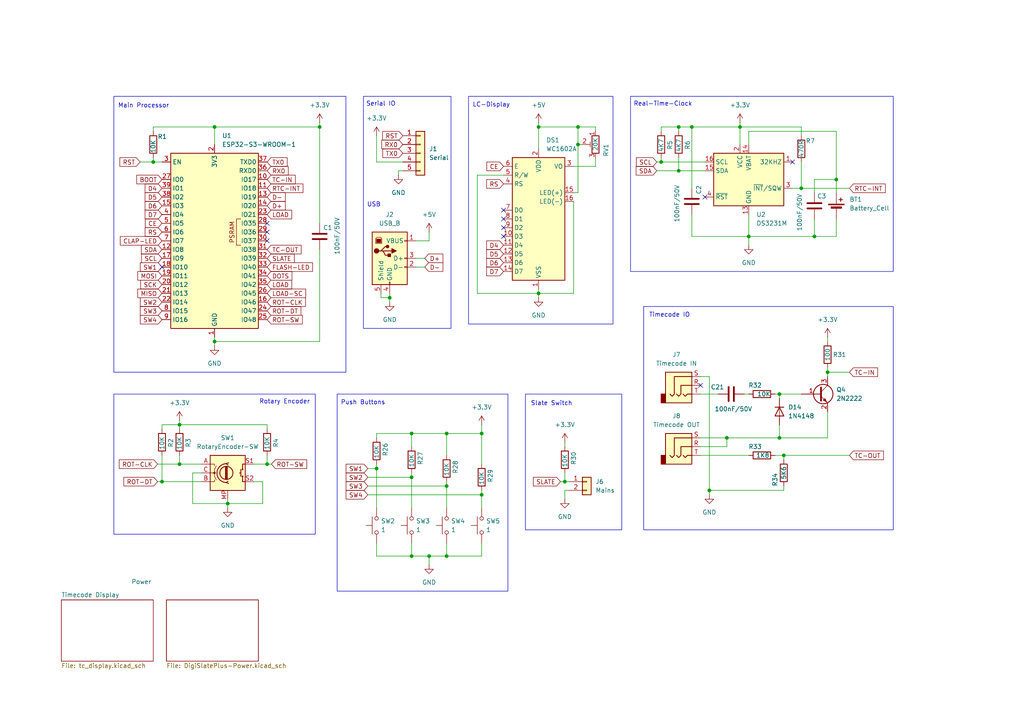
<source format=kicad_sch>
(kicad_sch (version 20231120) (generator "eeschema") (generator_version "8.0")
  (paper "A4")
  (title_block (title "DigiSlatePlus") (rev "1.0"))
  (lib_symbols
    (symbol "7-Segment:WC1602A"
      (property "Reference" "DS" (at -5.842 19.05 0))
      (property "Value" "WC1602A" (at 5.334 19.05 0))
      (symbol "WC1602A_1_1"
        (rectangle (start -7.62 17.78) (end 7.62 -17.78) (stroke (width 0.254)) (fill (type background)))
        (pin power_in line (at 0 -20.32 90) (length 2.54) (name "VSS") (number "1"))
        (pin input line (at -10.16 -5.08 0) (length 2.54) (name "D3") (number "10"))
        (pin input line (at -10.16 -7.62 0) (length 2.54) (name "D4") (number "11"))
        (pin input line (at -10.16 -10.16 0) (length 2.54) (name "D5") (number "12"))
        (pin input line (at -10.16 -12.7 0) (length 2.54) (name "D6") (number "13"))
        (pin input line (at -10.16 -15.24 0) (length 2.54) (name "D7") (number "14"))
        (pin power_in line (at 10.16 7.62 180) (length 2.54) (name "LED(+)") (number "15"))
        (pin power_in line (at 10.16 5.08 180) (length 2.54) (name "LED(-)") (number "16"))
        (pin power_in line (at 0 20.32 270) (length 2.54) (name "VDD") (number "2"))
        (pin input line (at 10.16 15.24 180) (length 2.54) (name "VO") (number "3"))
        (pin input line (at -10.16 10.16 0) (length 2.54) (name "RS") (number "4"))
        (pin input line (at -10.16 12.7 0) (length 2.54) (name "R/W") (number "5"))
        (pin input line (at -10.16 15.24 0) (length 2.54) (name "E") (number "6"))
        (pin input line (at -10.16 2.54 0) (length 2.54) (name "D0") (number "7"))
        (pin input line (at -10.16 0 0) (length 2.54) (name "D1") (number "8"))
        (pin input line (at -10.16 -2.54 0) (length 2.54) (name "D2") (number "9"))
      )
    )
    (symbol "Connector:USB_B" (pin_names (offset 1.016))
      (property "Reference" "J" (at -5.08 11.43 0))
      (property "Value" "USB_B" (at -5.08 8.89 0))
      (symbol "USB_B_0_1"
        (rectangle (start -5.08 -7.62) (end 5.08 7.62) (stroke (width 0.254)) (fill (type background)))
        (circle (center -3.81 2.159) (radius 0.635) (stroke (width 0.254)) (fill (type outline)))
        (rectangle (start -3.81 5.588) (end -2.54 4.572) (fill (type outline)))
        (circle (center -0.635 3.429) (radius 0.381) (stroke (width 0.254)) (fill (type outline)))
        (rectangle (start -0.127 -7.62) (end 0.127 -6.858))
        (polyline (pts (xy -1.905 2.159) (xy 0.635 2.159)) (stroke (width 0.254)))
        (polyline (pts (xy -3.175 2.159) (xy -2.54 2.159) (xy -1.27 3.429) (xy -0.635 3.429)) (stroke (width 0.254)))
        (polyline (pts (xy -2.54 2.159) (xy -1.905 2.159) (xy -1.27 0.889) (xy 0 0.889)) (stroke (width 0.254)))
        (polyline (pts (xy 0.635 2.794) (xy 0.635 1.524) (xy 1.905 2.159) (xy 0.635 2.794)) (stroke (width 0.254)) (fill (type outline)))
        (polyline (pts (xy -4.064 4.318) (xy -2.286 4.318) (xy -2.286 5.715) (xy -2.667 6.096) (xy -3.683 6.096) (xy -4.064 5.715) (xy -4.064 4.318)))
        (rectangle (start 0.254 1.27) (end -0.508 0.508) (stroke (width 0.254)) (fill (type outline)))
        (rectangle (start 5.08 -2.667) (end 4.318 -2.413))
        (rectangle (start 5.08 -0.127) (end 4.318 0.127))
        (rectangle (start 5.08 4.953) (end 4.318 5.207))
      )
      (symbol "USB_B_1_1"
        (pin power_out line (at 7.62 5.08 180) (length 2.54) (name "VBUS") (number "1"))
        (pin bidirectional line (at 7.62 -2.54 180) (length 2.54) (name "D-") (number "2"))
        (pin bidirectional line (at 7.62 0 180) (length 2.54) (name "D+") (number "3"))
        (pin power_out line (at 0 -10.16 90) (length 2.54) (name "GND") (number "4"))
        (pin passive line (at -2.54 -10.16 90) (length 2.54) (name "Shield") (number "5"))
      )
    )
    (symbol "Connector_Audio:AudioJack3"
      (property "Reference" "J" (at 0 8.89 0))
      (property "Value" "AudioJack3" (at 0 6.35 0))
      (symbol "AudioJack3_0_1"
        (rectangle (start -5.08 -5.08) (end -6.35 -2.54) (stroke (width 0.254)) (fill (type outline)))
        (polyline (pts (xy 0 -2.54) (xy 0.635 -3.175) (xy 1.27 -2.54) (xy 2.54 -2.54)) (stroke (width 0.254)))
        (polyline (pts (xy -1.905 -2.54) (xy -1.27 -3.175) (xy -0.635 -2.54) (xy -0.635 0) (xy 2.54 0)) (stroke (width 0.254)))
        (polyline (pts (xy 2.54 2.54) (xy -2.54 2.54) (xy -2.54 -2.54) (xy -3.175 -3.175) (xy -3.81 -2.54)) (stroke (width 0.254)))
        (rectangle (start 2.54 3.81) (end -5.08 -5.08) (stroke (width 0.254)) (fill (type background)))
      )
      (symbol "AudioJack3_1_1"
        (pin passive line (at 5.08 0 180) (length 2.54) (name "~") (number "R"))
        (pin passive line (at 5.08 2.54 180) (length 2.54) (name "~") (number "S"))
        (pin passive line (at 5.08 -2.54 180) (length 2.54) (name "~") (number "T"))
      )
    )
    (symbol "Connector_Generic:Conn_01x02" (pin_names (offset 1.016) hide)
      (property "Reference" "J" (at 0 2.54 0))
      (property "Value" "Conn_01x02" (at 0 -5.08 0))
      (symbol "Conn_01x02_1_1"
        (rectangle (start -1.27 -2.413) (end 0 -2.667) (stroke (width 0.1524)))
        (rectangle (start -1.27 0.127) (end 0 -0.127) (stroke (width 0.1524)))
        (rectangle (start -1.27 1.27) (end 1.27 -3.81) (stroke (width 0.254)) (fill (type background)))
        (pin passive line (at -5.08 0 0) (length 3.81) (name "Pin_1") (number "1"))
        (pin passive line (at -5.08 -2.54 0) (length 3.81) (name "Pin_2") (number "2"))
      )
    )
    (symbol "Connector_Generic:Conn_01x05" (pin_names (offset 1.016) hide)
      (property "Reference" "J" (at 0 7.62 0))
      (property "Value" "Conn_01x05" (at 0 -7.62 0))
      (symbol "Conn_01x05_1_1"
        (rectangle (start -1.27 -4.953) (end 0 -5.207) (stroke (width 0.1524)))
        (rectangle (start -1.27 -2.413) (end 0 -2.667) (stroke (width 0.1524)))
        (rectangle (start -1.27 0.127) (end 0 -0.127) (stroke (width 0.1524)))
        (rectangle (start -1.27 2.667) (end 0 2.413) (stroke (width 0.1524)))
        (rectangle (start -1.27 5.207) (end 0 4.953) (stroke (width 0.1524)))
        (rectangle (start -1.27 6.35) (end 1.27 -6.35) (stroke (width 0.254)) (fill (type background)))
        (pin passive line (at -5.08 5.08 0) (length 3.81) (name "Pin_1") (number "1"))
        (pin passive line (at -5.08 2.54 0) (length 3.81) (name "Pin_2") (number "2"))
        (pin passive line (at -5.08 0 0) (length 3.81) (name "Pin_3") (number "3"))
        (pin passive line (at -5.08 -2.54 0) (length 3.81) (name "Pin_4") (number "4"))
        (pin passive line (at -5.08 -5.08 0) (length 3.81) (name "Pin_5") (number "5"))
      )
    )
    (symbol "Device:Battery_Cell" (pin_numbers hide) (pin_names (offset 0) hide)
      (property "Reference" "BT" (at 2.54 2.54 0))
      (property "Value" "Battery_Cell" (at 2.54 0 0))
      (symbol "Battery_Cell_0_1"
        (rectangle (start -2.286 1.778) (end 2.286 1.524) (fill (type outline)))
        (rectangle (start -1.524 1.016) (end 1.524 0.508) (fill (type outline)))
        (polyline (pts (xy 0 0.762) (xy 0 0)))
        (polyline (pts (xy 0 1.778) (xy 0 2.54)))
        (polyline (pts (xy 0.762 3.048) (xy 1.778 3.048)) (stroke (width 0.254)))
        (polyline (pts (xy 1.27 3.556) (xy 1.27 2.54)) (stroke (width 0.254)))
      )
      (symbol "Battery_Cell_1_1"
        (pin passive line (at 0 5.08 270) (length 2.54) (name "+") (number "1"))
        (pin passive line (at 0 -2.54 90) (length 2.54) (name "-") (number "2"))
      )
    )
    (symbol "Device:C" (pin_numbers hide) (pin_names (offset 0.254))
      (property "Reference" "C" (at 0.635 2.54 0))
      (property "Value" "C" (at 0.635 -2.54 0))
      (symbol "C_0_1"
        (polyline (pts (xy -2.032 -0.762) (xy 2.032 -0.762)) (stroke (width 0.508)))
        (polyline (pts (xy -2.032 0.762) (xy 2.032 0.762)) (stroke (width 0.508)))
      )
      (symbol "C_1_1"
        (pin passive line (at 0 3.81 270) (length 2.794) (name "~") (number "1"))
        (pin passive line (at 0 -3.81 90) (length 2.794) (name "~") (number "2"))
      )
    )
    (symbol "Device:R" (pin_numbers hide) (pin_names (offset 0))
      (property "Reference" "R" (at 2.032 0 90))
      (property "Value" "R" (at 0 0 90))
      (symbol "R_0_1"
        (rectangle (start -1.016 -2.54) (end 1.016 2.54) (stroke (width 0.254)))
      )
      (symbol "R_1_1"
        (pin passive line (at 0 3.81 270) (length 1.27) (name "~") (number "1"))
        (pin passive line (at 0 -3.81 90) (length 1.27) (name "~") (number "2"))
      )
    )
    (symbol "Device:R_Potentiometer_Trim" (pin_names (offset 1.016) hide)
      (property "Reference" "RV" (at -4.445 0 90))
      (property "Value" "R_Potentiometer_Trim" (at -2.54 0 90))
      (symbol "R_Potentiometer_Trim_0_1"
        (polyline (pts (xy 1.524 0.762) (xy 1.524 -0.762)))
        (polyline (pts (xy 2.54 0) (xy 1.524 0)))
        (rectangle (start 1.016 2.54) (end -1.016 -2.54) (stroke (width 0.254)))
      )
      (symbol "R_Potentiometer_Trim_1_1"
        (pin passive line (at 0 3.81 270) (length 1.27) (name "1") (number "1"))
        (pin passive line (at 3.81 0 180) (length 1.27) (name "2") (number "2"))
        (pin passive line (at 0 -3.81 90) (length 1.27) (name "3") (number "3"))
      )
    )
    (symbol "Device:RotaryEncoder_Switch_MP" (pin_names (offset 0.254) hide)
      (property "Reference" "SW" (at 0 8.89 0))
      (property "Value" "RotaryEncoder_Switch_MP" (at 0 6.35 0))
      (symbol "RotaryEncoder_Switch_MP_0_1"
        (rectangle (start -5.08 5.08) (end 5.08 -5.08) (stroke (width 0.254)) (fill (type background)))
        (circle (center -3.81 0) (radius 0.254) (fill (type outline)))
        (circle (center -0.381 0) (radius 1.905) (stroke (width 0.254)))
        (arc (start -0.381 2.667) (mid -3.0988 -0.0635) (end -0.381 -2.794) (stroke (width 0.254)))
        (polyline (pts (xy -0.635 -1.778) (xy -0.635 1.778)) (stroke (width 0.254)))
        (polyline (pts (xy -0.381 -1.778) (xy -0.381 1.778)) (stroke (width 0.254)))
        (polyline (pts (xy -0.127 1.778) (xy -0.127 -1.778)) (stroke (width 0.254)))
        (polyline (pts (xy 3.81 0) (xy 3.429 0)) (stroke (width 0.254)))
        (polyline (pts (xy 3.81 1.016) (xy 3.81 -1.016)) (stroke (width 0.254)))
        (polyline (pts (xy -5.08 -2.54) (xy -3.81 -2.54) (xy -3.81 -2.032)))
        (polyline (pts (xy -5.08 2.54) (xy -3.81 2.54) (xy -3.81 2.032)))
        (polyline (pts (xy 0.254 -3.048) (xy -0.508 -2.794) (xy 0.127 -2.413)) (stroke (width 0.254)))
        (polyline (pts (xy 0.254 2.921) (xy -0.508 2.667) (xy 0.127 2.286)) (stroke (width 0.254)))
        (polyline (pts (xy 5.08 -2.54) (xy 4.318 -2.54) (xy 4.318 -1.016)) (stroke (width 0.254)))
        (polyline (pts (xy 5.08 2.54) (xy 4.318 2.54) (xy 4.318 1.016)) (stroke (width 0.254)))
        (polyline (pts (xy -5.08 0) (xy -3.81 0) (xy -3.81 -1.016) (xy -3.302 -2.032)))
        (polyline (pts (xy -4.318 0) (xy -3.81 0) (xy -3.81 1.016) (xy -3.302 2.032)))
        (circle (center 4.318 -1.016) (radius 0.127) (stroke (width 0.254)))
        (circle (center 4.318 1.016) (radius 0.127) (stroke (width 0.254)))
      )
      (symbol "RotaryEncoder_Switch_MP_1_1"
        (pin passive line (at -7.62 2.54 0) (length 2.54) (name "A") (number "A"))
        (pin passive line (at -7.62 -2.54 0) (length 2.54) (name "B") (number "B"))
        (pin passive line (at -7.62 0 0) (length 2.54) (name "C") (number "C"))
        (pin passive line (at 0 -7.62 90) (length 2.54) (name "MP") (number "MP"))
        (pin passive line (at 7.62 2.54 180) (length 2.54) (name "S1") (number "S1"))
        (pin passive line (at 7.62 -2.54 180) (length 2.54) (name "S2") (number "S2"))
      )
    )
    (symbol "Diode:1N4148" (pin_numbers hide) (pin_names hide)
      (property "Reference" "D" (at 0 2.54 0))
      (property "Value" "1N4148" (at 0 -2.54 0))
      (symbol "1N4148_0_1"
        (polyline (pts (xy -1.27 1.27) (xy -1.27 -1.27)) (stroke (width 0.254)))
        (polyline (pts (xy 1.27 0) (xy -1.27 0)))
        (polyline (pts (xy 1.27 1.27) (xy 1.27 -1.27) (xy -1.27 0) (xy 1.27 1.27)) (stroke (width 0.254)))
      )
      (symbol "1N4148_1_1"
        (pin passive line (at -3.81 0 0) (length 2.54) (name "K") (number "1"))
        (pin passive line (at 3.81 0 180) (length 2.54) (name "A") (number "2"))
      )
    )
    (symbol "RF_Module:ESP32-S3-WROOM-1"
      (property "Reference" "U" (at -12.7 26.67 0))
      (property "Value" "ESP32-S3-WROOM-1" (at 12.7 26.67 0))
      (symbol "ESP32-S3-WROOM-1_0_0"
        (rectangle (start -12.7 25.4) (end 12.7 -25.4) (stroke (width 0.254)) (fill (type background)))
        (text "PSRAM" (at 5.08 2.54 900) (effects (font (size 1.27 1.27))))
      )
      (symbol "ESP32-S3-WROOM-1_0_1"
        (polyline (pts (xy 7.62 -1.27) (xy 6.35 -1.27) (xy 6.35 6.35) (xy 7.62 6.35)))
      )
      (symbol "ESP32-S3-WROOM-1_1_1"
        (pin power_in line (at 0 -27.94 90) (length 2.54) (name "GND") (number "1"))
        (pin bidirectional line (at 15.24 17.78 180) (length 2.54) (name "IO17") (number "10"))
        (pin bidirectional line (at 15.24 15.24 180) (length 2.54) (name "IO18") (number "11"))
        (pin bidirectional line (at -15.24 -2.54 0) (length 2.54) (name "IO8") (number "12"))
        (pin bidirectional line (at 15.24 12.7 180) (length 2.54) (name "IO19") (number "13"))
        (pin bidirectional line (at 15.24 10.16 180) (length 2.54) (name "IO20") (number "14"))
        (pin bidirectional line (at -15.24 10.16 0) (length 2.54) (name "IO3") (number "15"))
        (pin bidirectional line (at 15.24 -17.78 180) (length 2.54) (name "IO46") (number "16"))
        (pin bidirectional line (at -15.24 -5.08 0) (length 2.54) (name "IO9") (number "17"))
        (pin bidirectional line (at -15.24 -7.62 0) (length 2.54) (name "IO10") (number "18"))
        (pin bidirectional line (at -15.24 -10.16 0) (length 2.54) (name "IO11") (number "19"))
        (pin power_in line (at 0 27.94 270) (length 2.54) (name "3V3") (number "2"))
        (pin bidirectional line (at -15.24 -12.7 0) (length 2.54) (name "IO12") (number "20"))
        (pin bidirectional line (at -15.24 -15.24 0) (length 2.54) (name "IO13") (number "21"))
        (pin bidirectional line (at -15.24 -17.78 0) (length 2.54) (name "IO14") (number "22"))
        (pin bidirectional line (at 15.24 7.62 180) (length 2.54) (name "IO21") (number "23"))
        (pin bidirectional line (at 15.24 -20.32 180) (length 2.54) (name "IO47") (number "24"))
        (pin bidirectional line (at 15.24 -22.86 180) (length 2.54) (name "IO48") (number "25"))
        (pin bidirectional line (at 15.24 -15.24 180) (length 2.54) (name "IO45") (number "26"))
        (pin bidirectional line (at -15.24 17.78 0) (length 2.54) (name "IO0") (number "27"))
        (pin bidirectional line (at 15.24 5.08 180) (length 2.54) (name "IO35") (number "28"))
        (pin bidirectional line (at 15.24 2.54 180) (length 2.54) (name "IO36") (number "29"))
        (pin input line (at -15.24 22.86 0) (length 2.54) (name "EN") (number "3"))
        (pin bidirectional line (at 15.24 0 180) (length 2.54) (name "IO37") (number "30"))
        (pin bidirectional line (at 15.24 -2.54 180) (length 2.54) (name "IO38") (number "31"))
        (pin bidirectional line (at 15.24 -5.08 180) (length 2.54) (name "IO39") (number "32"))
        (pin bidirectional line (at 15.24 -7.62 180) (length 2.54) (name "IO40") (number "33"))
        (pin bidirectional line (at 15.24 -10.16 180) (length 2.54) (name "IO41") (number "34"))
        (pin bidirectional line (at 15.24 -12.7 180) (length 2.54) (name "IO42") (number "35"))
        (pin bidirectional line (at 15.24 20.32 180) (length 2.54) (name "RXD0") (number "36"))
        (pin bidirectional line (at 15.24 22.86 180) (length 2.54) (name "TXD0") (number "37"))
        (pin bidirectional line (at -15.24 12.7 0) (length 2.54) (name "IO2") (number "38"))
        (pin bidirectional line (at -15.24 15.24 0) (length 2.54) (name "IO1") (number "39"))
        (pin bidirectional line (at -15.24 7.62 0) (length 2.54) (name "IO4") (number "4"))
        (pin passive line (at 0 -27.94 90) (length 2.54) hide (name "GND") (number "40"))
        (pin passive line (at 0 -27.94 90) (length 2.54) hide (name "GND") (number "41"))
        (pin bidirectional line (at -15.24 5.08 0) (length 2.54) (name "IO5") (number "5"))
        (pin bidirectional line (at -15.24 2.54 0) (length 2.54) (name "IO6") (number "6"))
        (pin bidirectional line (at -15.24 0 0) (length 2.54) (name "IO7") (number "7"))
        (pin bidirectional line (at -15.24 -20.32 0) (length 2.54) (name "IO15") (number "8"))
        (pin bidirectional line (at -15.24 -22.86 0) (length 2.54) (name "IO16") (number "9"))
      )
    )
    (symbol "Switch:SW_Push" (pin_numbers hide) (pin_names (offset 1.016) hide)
      (property "Reference" "SW" (at 1.27 2.54 0))
      (property "Value" "SW_Push" (at 0 -1.524 0))
      (symbol "SW_Push_0_1"
        (circle (center -2.032 0) (radius 0.508))
        (polyline (pts (xy 0 1.27) (xy 0 3.048)))
        (polyline (pts (xy 2.54 1.27) (xy -2.54 1.27)))
        (circle (center 2.032 0) (radius 0.508))
        (pin passive line (at -5.08 0 0) (length 2.54) (name "1") (number "1"))
        (pin passive line (at 5.08 0 180) (length 2.54) (name "2") (number "2"))
      )
    )
    (symbol "Timer_RTC:DS3231M"
      (property "Reference" "U" (at -7.62 8.89 0))
      (property "Value" "DS3231M" (at 10.16 8.89 0))
      (symbol "DS3231M_0_1"
        (rectangle (start -10.16 7.62) (end 10.16 -7.62) (stroke (width 0.254)) (fill (type background)))
      )
      (symbol "DS3231M_1_1"
        (pin open_collector line (at 12.7 5.08 180) (length 2.54) (name "32KHZ") (number "1"))
        (pin passive line (at 0 -10.16 90) (length 2.54) hide (name "GND") (number "10"))
        (pin passive line (at 0 -10.16 90) (length 2.54) hide (name "GND") (number "11"))
        (pin passive line (at 0 -10.16 90) (length 2.54) hide (name "GND") (number "12"))
        (pin power_in line (at 0 -10.16 90) (length 2.54) (name "GND") (number "13"))
        (pin power_in line (at 0 10.16 270) (length 2.54) (name "VBAT") (number "14"))
        (pin bidirectional line (at -12.7 2.54 0) (length 2.54) (name "SDA") (number "15"))
        (pin input line (at -12.7 5.08 0) (length 2.54) (name "SCL") (number "16"))
        (pin power_in line (at -2.54 10.16 270) (length 2.54) (name "VCC") (number "2"))
        (pin open_collector line (at 12.7 -2.54 180) (length 2.54) (name "~{INT}/SQW") (number "3"))
        (pin bidirectional line (at -12.7 -5.08 0) (length 2.54) (name "~{RST}") (number "4"))
        (pin passive line (at 0 -10.16 90) (length 2.54) hide (name "GND") (number "5"))
        (pin passive line (at 0 -10.16 90) (length 2.54) hide (name "GND") (number "6"))
        (pin passive line (at 0 -10.16 90) (length 2.54) hide (name "GND") (number "7"))
        (pin passive line (at 0 -10.16 90) (length 2.54) hide (name "GND") (number "8"))
        (pin passive line (at 0 -10.16 90) (length 2.54) hide (name "GND") (number "9"))
      )
    )
    (symbol "Transistor_BJT:MMBT2222A" (pin_names (offset 0) hide)
      (property "Reference" "Q" (at 5.08 1.905 0))
      (property "Value" "MMBT2222A" (at 5.08 0 0))
      (symbol "MMBT2222A_0_1"
        (polyline (pts (xy 0.635 0.635) (xy 2.54 2.54)))
        (polyline (pts (xy 0.635 -0.635) (xy 2.54 -2.54) (xy 2.54 -2.54)))
        (polyline (pts (xy 0.635 1.905) (xy 0.635 -1.905) (xy 0.635 -1.905)) (stroke (width 0.508)))
        (polyline (pts (xy 1.27 -1.778) (xy 1.778 -1.27) (xy 2.286 -2.286) (xy 1.27 -1.778) (xy 1.27 -1.778)) (fill (type outline)))
        (circle (center 1.27 0) (radius 2.8194) (stroke (width 0.254)))
      )
      (symbol "MMBT2222A_1_1"
        (pin input line (at -5.08 0 0) (length 5.715) (name "B") (number "1"))
        (pin passive line (at 2.54 -5.08 90) (length 2.54) (name "E") (number "2"))
        (pin passive line (at 2.54 5.08 270) (length 2.54) (name "C") (number "3"))
      )
    )
    (symbol "power:+3.3V" (power) (pin_numbers hide) (pin_names (offset 0) hide)
      (property "Value" "+3.3V" (at 0 3.556 0))
      (symbol "+3.3V_0_1"
        (polyline (pts (xy -0.762 1.27) (xy 0 2.54)))
        (polyline (pts (xy 0 0) (xy 0 2.54)))
        (polyline (pts (xy 0 2.54) (xy 0.762 1.27)))
      )
      (symbol "+3.3V_1_1"
        (pin power_in line (at 0 0 90) (length 0) (name "~") (number "1"))
      )
    )
    (symbol "power:+5V" (power) (pin_numbers hide) (pin_names (offset 0) hide)
      (property "Value" "+5V" (at 0 3.556 0))
      (symbol "+5V_0_1"
        (polyline (pts (xy -0.762 1.27) (xy 0 2.54)))
        (polyline (pts (xy 0 0) (xy 0 2.54)))
        (polyline (pts (xy 0 2.54) (xy 0.762 1.27)))
      )
      (symbol "+5V_1_1"
        (pin power_in line (at 0 0 90) (length 0) (name "~") (number "1"))
      )
    )
    (symbol "power:GND" (power) (pin_numbers hide) (pin_names (offset 0) hide)
      (property "Value" "GND" (at 0 -3.81 0))
      (symbol "GND_0_1"
        (polyline (pts (xy 0 0) (xy 0 -1.27) (xy 1.27 -1.27) (xy 0 -2.54) (xy -1.27 -1.27) (xy 0 -1.27)))
      )
      (symbol "GND_1_1"
        (pin power_in line (at 0 0 270) (length 0) (name "~") (number "1"))
      )
    )
  )
  (junction (at 240.03 107.95))
  (junction (at 139.7 125.73))
  (junction (at 205.74 142.24))
  (junction (at 77.47 134.62))
  (junction (at 52.07 134.62))
  (junction (at 139.7 143.51))
  (junction (at 156.21 36.83))
  (junction (at 163.83 139.7))
  (junction (at 46.99 139.7))
  (junction (at 167.64 41.91))
  (junction (at 226.06 114.3))
  (junction (at 113.03 86.36))
  (junction (at 214.63 36.83))
  (junction (at 226.06 127))
  (junction (at 109.22 135.89))
  (junction (at 52.07 123.19))
  (junction (at 129.54 161.29))
  (junction (at 119.38 161.29))
  (junction (at 129.54 125.73))
  (junction (at 129.54 140.97))
  (junction (at 236.22 68.58))
  (junction (at 196.85 36.83))
  (junction (at 232.41 54.61))
  (junction (at 124.46 161.29))
  (junction (at 92.71 36.83))
  (junction (at 44.45 46.99))
  (junction (at 62.23 99.06))
  (junction (at 200.66 36.83))
  (junction (at 217.17 68.58))
  (junction (at 119.38 125.73))
  (junction (at 119.38 138.43))
  (junction (at 191.77 46.99))
  (junction (at 156.21 85.09))
  (junction (at 167.64 36.83))
  (junction (at 66.04 146.05))
  (junction (at 227.33 132.08))
  (junction (at 242.57 52.07))
  (junction (at 196.85 49.53))
  (junction (at 210.82 127))
  (junction (at 62.23 36.83))
  (no_connect (at 77.47 67.31))
  (no_connect (at 77.47 69.85))
  (no_connect (at 146.05 63.5))
  (no_connect (at 146.05 60.96))
  (no_connect (at 146.05 68.58))
  (no_connect (at 46.99 77.47))
  (no_connect (at 229.87 46.99))
  (no_connect (at 77.47 64.77))
  (no_connect (at 203.2 111.76))
  (no_connect (at 146.05 66.04))
  (no_connect (at 204.47 57.15))
  (wire (pts (xy 165.1 142.24) (xy 163.83 142.24)))
  (wire (pts (xy 226.06 123.19) (xy 226.06 127)))
  (wire (pts (xy 77.47 132.08) (xy 77.47 134.62)))
  (wire (pts (xy 203.2 114.3) (xy 208.28 114.3)))
  (wire (pts (xy 109.22 135.89) (xy 109.22 134.62)))
  (wire (pts (xy 166.37 55.88) (xy 167.64 55.88)))
  (wire (pts (xy 226.06 114.3) (xy 226.06 115.57)))
  (wire (pts (xy 106.68 140.97) (xy 129.54 140.97)))
  (wire (pts (xy 55.88 137.16) (xy 55.88 146.05)))
  (wire (pts (xy 52.07 132.08) (xy 52.07 134.62)))
  (wire (pts (xy 217.17 38.1) (xy 242.57 38.1)))
  (wire (pts (xy 44.45 38.1) (xy 44.45 36.83)))
  (wire (pts (xy 76.2 146.05) (xy 66.04 146.05)))
  (wire (pts (xy 240.03 107.95) (xy 246.38 107.95)))
  (wire (pts (xy 109.22 125.73) (xy 119.38 125.73)))
  (wire (pts (xy 172.72 38.1) (xy 172.72 36.83)))
  (wire (pts (xy 55.88 146.05) (xy 66.04 146.05)))
  (wire (pts (xy 110.49 85.09) (xy 110.49 86.36)))
  (wire (pts (xy 191.77 36.83) (xy 196.85 36.83)))
  (wire (pts (xy 236.22 63.5) (xy 236.22 68.58)))
  (wire (pts (xy 163.83 142.24) (xy 163.83 144.78)))
  (wire (pts (xy 113.03 87.63) (xy 113.03 86.36)))
  (wire (pts (xy 232.41 54.61) (xy 246.38 54.61)))
  (wire (pts (xy 240.03 127) (xy 226.06 127)))
  (wire (pts (xy 224.79 132.08) (xy 227.33 132.08)))
  (wire (pts (xy 129.54 140.97) (xy 129.54 147.32)))
  (wire (pts (xy 217.17 62.23) (xy 217.17 68.58)))
  (wire (pts (xy 52.07 134.62) (xy 58.42 134.62)))
  (wire (pts (xy 109.22 161.29) (xy 119.38 161.29)))
  (wire (pts (xy 46.99 139.7) (xy 58.42 139.7)))
  (wire (pts (xy 232.41 39.37) (xy 232.41 36.83)))
  (wire (pts (xy 210.82 129.54) (xy 210.82 127)))
  (wire (pts (xy 73.66 139.7) (xy 76.2 139.7)))
  (wire (pts (xy 196.85 45.72) (xy 196.85 49.53)))
  (wire (pts (xy 77.47 123.19) (xy 77.47 124.46)))
  (wire (pts (xy 124.46 163.83) (xy 124.46 161.29)))
  (wire (pts (xy 172.72 45.72) (xy 172.72 48.26)))
  (wire (pts (xy 227.33 132.08) (xy 227.33 133.35)))
  (wire (pts (xy 232.41 46.99) (xy 232.41 54.61)))
  (wire (pts (xy 163.83 128.27) (xy 163.83 129.54)))
  (wire (pts (xy 163.83 137.16) (xy 163.83 139.7)))
  (wire (pts (xy 139.7 125.73) (xy 139.7 123.19)))
  (wire (pts (xy 52.07 123.19) (xy 52.07 124.46)))
  (wire (pts (xy 146.05 50.8) (xy 138.43 50.8)))
  (wire (pts (xy 44.45 45.72) (xy 44.45 46.99)))
  (wire (pts (xy 109.22 135.89) (xy 109.22 147.32)))
  (wire (pts (xy 162.56 139.7) (xy 163.83 139.7)))
  (wire (pts (xy 109.22 46.99) (xy 116.84 46.99)))
  (wire (pts (xy 123.19 77.47) (xy 120.65 77.47)))
  (wire (pts (xy 129.54 140.97) (xy 129.54 139.7)))
  (wire (pts (xy 203.2 129.54) (xy 210.82 129.54)))
  (wire (pts (xy 156.21 85.09) (xy 156.21 86.36)))
  (wire (pts (xy 66.04 146.05) (xy 66.04 144.78)))
  (wire (pts (xy 46.99 124.46) (xy 46.99 123.19)))
  (wire (pts (xy 167.64 36.83) (xy 156.21 36.83)))
  (wire (pts (xy 217.17 114.3) (xy 215.9 114.3)))
  (wire (pts (xy 214.63 36.83) (xy 214.63 41.91)))
  (wire (pts (xy 166.37 58.42) (xy 166.37 85.09)))
  (wire (pts (xy 62.23 36.83) (xy 92.71 36.83)))
  (wire (pts (xy 66.04 146.05) (xy 66.04 147.32)))
  (wire (pts (xy 217.17 68.58) (xy 236.22 68.58)))
  (wire (pts (xy 214.63 35.56) (xy 214.63 36.83)))
  (wire (pts (xy 119.38 161.29) (xy 124.46 161.29)))
  (wire (pts (xy 92.71 99.06) (xy 62.23 99.06)))
  (wire (pts (xy 76.2 139.7) (xy 76.2 146.05)))
  (wire (pts (xy 139.7 161.29) (xy 139.7 157.48)))
  (wire (pts (xy 236.22 52.07) (xy 242.57 52.07)))
  (wire (pts (xy 109.22 157.48) (xy 109.22 161.29)))
  (wire (pts (xy 62.23 99.06) (xy 62.23 97.79)))
  (wire (pts (xy 106.68 135.89) (xy 109.22 135.89)))
  (wire (pts (xy 172.72 36.83) (xy 167.64 36.83)))
  (wire (pts (xy 217.17 41.91) (xy 217.17 38.1)))
  (wire (pts (xy 167.64 41.91) (xy 167.64 36.83)))
  (wire (pts (xy 226.06 127) (xy 210.82 127)))
  (wire (pts (xy 196.85 36.83) (xy 200.66 36.83)))
  (wire (pts (xy 200.66 62.23) (xy 200.66 68.58)))
  (wire (pts (xy 45.72 134.62) (xy 52.07 134.62)))
  (wire (pts (xy 205.74 143.51) (xy 205.74 142.24)))
  (wire (pts (xy 232.41 54.61) (xy 229.87 54.61)))
  (wire (pts (xy 232.41 36.83) (xy 214.63 36.83)))
  (wire (pts (xy 242.57 38.1) (xy 242.57 52.07)))
  (wire (pts (xy 119.38 125.73) (xy 129.54 125.73)))
  (wire (pts (xy 129.54 157.48) (xy 129.54 161.29)))
  (wire (pts (xy 115.57 50.8) (xy 115.57 49.53)))
  (wire (pts (xy 119.38 157.48) (xy 119.38 161.29)))
  (wire (pts (xy 203.2 127) (xy 210.82 127)))
  (wire (pts (xy 139.7 134.62) (xy 139.7 125.73)))
  (wire (pts (xy 226.06 114.3) (xy 224.79 114.3)))
  (wire (pts (xy 139.7 143.51) (xy 139.7 142.24)))
  (wire (pts (xy 58.42 137.16) (xy 55.88 137.16)))
  (wire (pts (xy 139.7 143.51) (xy 139.7 147.32)))
  (wire (pts (xy 129.54 125.73) (xy 129.54 132.08)))
  (wire (pts (xy 92.71 72.39) (xy 92.71 99.06)))
  (wire (pts (xy 226.06 114.3) (xy 232.41 114.3)))
  (wire (pts (xy 62.23 100.33) (xy 62.23 99.06)))
  (wire (pts (xy 119.38 125.73) (xy 119.38 129.54)))
  (wire (pts (xy 45.72 139.7) (xy 46.99 139.7)))
  (wire (pts (xy 156.21 36.83) (xy 156.21 43.18)))
  (wire (pts (xy 106.68 143.51) (xy 139.7 143.51)))
  (wire (pts (xy 240.03 106.68) (xy 240.03 107.95)))
  (wire (pts (xy 156.21 36.83) (xy 156.21 35.56)))
  (wire (pts (xy 124.46 67.31) (xy 124.46 69.85)))
  (wire (pts (xy 156.21 85.09) (xy 166.37 85.09)))
  (wire (pts (xy 205.74 109.22) (xy 203.2 109.22)))
  (wire (pts (xy 240.03 97.79) (xy 240.03 99.06)))
  (wire (pts (xy 242.57 52.07) (xy 242.57 55.88)))
  (wire (pts (xy 190.5 46.99) (xy 191.77 46.99)))
  (wire (pts (xy 191.77 45.72) (xy 191.77 46.99)))
  (wire (pts (xy 242.57 68.58) (xy 242.57 63.5)))
  (wire (pts (xy 119.38 138.43) (xy 119.38 147.32)))
  (wire (pts (xy 227.33 140.97) (xy 227.33 142.24)))
  (wire (pts (xy 113.03 86.36) (xy 113.03 85.09)))
  (wire (pts (xy 52.07 123.19) (xy 77.47 123.19)))
  (wire (pts (xy 40.64 46.99) (xy 44.45 46.99)))
  (wire (pts (xy 62.23 36.83) (xy 62.23 41.91)))
  (wire (pts (xy 236.22 68.58) (xy 242.57 68.58)))
  (wire (pts (xy 191.77 38.1) (xy 191.77 36.83)))
  (wire (pts (xy 138.43 85.09) (xy 156.21 85.09)))
  (wire (pts (xy 44.45 36.83) (xy 62.23 36.83)))
  (wire (pts (xy 236.22 55.88) (xy 236.22 52.07)))
  (wire (pts (xy 156.21 83.82) (xy 156.21 85.09)))
  (wire (pts (xy 200.66 54.61) (xy 200.66 36.83)))
  (wire (pts (xy 119.38 138.43) (xy 119.38 137.16)))
  (wire (pts (xy 123.19 74.93) (xy 120.65 74.93)))
  (wire (pts (xy 163.83 139.7) (xy 165.1 139.7)))
  (wire (pts (xy 109.22 127) (xy 109.22 125.73)))
  (wire (pts (xy 109.22 39.37) (xy 109.22 46.99)))
  (wire (pts (xy 200.66 68.58) (xy 217.17 68.58)))
  (wire (pts (xy 196.85 49.53) (xy 204.47 49.53)))
  (wire (pts (xy 73.66 134.62) (xy 77.47 134.62)))
  (wire (pts (xy 240.03 119.38) (xy 240.03 127)))
  (wire (pts (xy 124.46 69.85) (xy 120.65 69.85)))
  (wire (pts (xy 205.74 109.22) (xy 205.74 142.24)))
  (wire (pts (xy 52.07 121.92) (xy 52.07 123.19)))
  (wire (pts (xy 196.85 38.1) (xy 196.85 36.83)))
  (wire (pts (xy 172.72 48.26) (xy 166.37 48.26)))
  (wire (pts (xy 115.57 49.53) (xy 116.84 49.53)))
  (wire (pts (xy 240.03 107.95) (xy 240.03 109.22)))
  (wire (pts (xy 106.68 138.43) (xy 119.38 138.43)))
  (wire (pts (xy 124.46 161.29) (xy 129.54 161.29)))
  (wire (pts (xy 92.71 36.83) (xy 92.71 64.77)))
  (wire (pts (xy 77.47 134.62) (xy 78.74 134.62)))
  (wire (pts (xy 129.54 125.73) (xy 139.7 125.73)))
  (wire (pts (xy 190.5 49.53) (xy 196.85 49.53)))
  (wire (pts (xy 129.54 161.29) (xy 139.7 161.29)))
  (wire (pts (xy 92.71 36.83) (xy 92.71 35.56)))
  (wire (pts (xy 138.43 50.8) (xy 138.43 85.09)))
  (wire (pts (xy 227.33 132.08) (xy 246.38 132.08)))
  (wire (pts (xy 227.33 142.24) (xy 205.74 142.24)))
  (wire (pts (xy 203.2 132.08) (xy 217.17 132.08)))
  (wire (pts (xy 191.77 46.99) (xy 204.47 46.99)))
  (wire (pts (xy 44.45 46.99) (xy 46.99 46.99)))
  (wire (pts (xy 168.91 41.91) (xy 167.64 41.91)))
  (wire (pts (xy 110.49 86.36) (xy 113.03 86.36)))
  (wire (pts (xy 46.99 123.19) (xy 52.07 123.19)))
  (wire (pts (xy 200.66 36.83) (xy 214.63 36.83)))
  (wire (pts (xy 46.99 132.08) (xy 46.99 139.7)))
  (wire (pts (xy 167.64 55.88) (xy 167.64 41.91)))
  (wire (pts (xy 217.17 71.12) (xy 217.17 68.58)))
  (rectangle (start 182.88 27.94) (end 259.08 78.74))
  (rectangle (start 105.41 27.94) (end 130.81 95.25))
  (rectangle (start 152.4 114.3) (end 180.34 153.67))
  (rectangle (start 186.69 88.9) (end 259.08 153.67))
  (rectangle (start 97.79 114.3) (end 147.32 171.45))
  (rectangle (start 33.02 114.3) (end 91.44 154.94))
  (rectangle (start 33.02 27.94) (end 100.33 107.95))
  (rectangle (start 135.89 27.94) (end 177.8 93.98))
  (text "Real-Time-Clock" (at 192.278 30.226 0) (effects (font (size 1.27 1.27))))
  (text "Push Buttons" (at 98.806 116.84 0) (effects (font (size 1.27 1.27)) (justify left)))
  (text "Timecode IO" (at 188.214 91.44 0) (effects (font (size 1.27 1.27)) (justify left)))
  (text "Serial IO" (at 106.172 30.226 0) (effects (font (size 1.27 1.27)) (justify left)))
  (text "USB" (at 106.426 59.436 0) (effects (font (size 1.27 1.27)) (justify left)))
  (text "Rotary Encoder" (at 82.55 116.586 0) (effects (font (size 1.27 1.27))))
  (text "Slate Switch" (at 153.924 117.094 0) (effects (font (size 1.27 1.27)) (justify left)))
  (text "LC-Display" (at 142.494 30.48 0) (effects (font (size 1.27 1.27))))
  (text "Main Processor" (at 41.656 30.734 0) (effects (font (size 1.27 1.27))))
  (global_label "RST" (shape input) (at 40.64 46.99 180) (property "Intersheetrefs" "${INTERSHEET_REFS}" (effects (hide yes))))
  (global_label "LOAD" (shape input) (at 77.47 62.23 0) (property "Intersheetrefs" "${INTERSHEET_REFS}" (effects (hide yes))))
  (global_label "D4" (shape input) (at 46.99 54.61 180) (property "Intersheetrefs" "${INTERSHEET_REFS}" (effects (hide yes))))
  (global_label "D4" (shape input) (at 146.05 71.12 180) (property "Intersheetrefs" "${INTERSHEET_REFS}" (effects (hide yes))))
  (global_label "CE" (shape input) (at 146.05 48.26 180) (property "Intersheetrefs" "${INTERSHEET_REFS}" (effects (hide yes))))
  (global_label "RX0" (shape input) (at 77.47 49.53 0) (property "Intersheetrefs" "${INTERSHEET_REFS}" (effects (hide yes))))
  (global_label "RS" (shape input) (at 146.05 53.34 180) (property "Intersheetrefs" "${INTERSHEET_REFS}" (effects (hide yes))))
  (global_label "TX0" (shape input) (at 77.47 46.99 0) (property "Intersheetrefs" "${INTERSHEET_REFS}" (effects (hide yes))))
  (global_label "ROT-CLK" (shape input) (at 77.47 87.63 0) (property "Intersheetrefs" "${INTERSHEET_REFS}" (effects (hide yes))))
  (global_label "ROT-DT" (shape input) (at 45.72 139.7 180) (property "Intersheetrefs" "${INTERSHEET_REFS}" (effects (hide yes))))
  (global_label "TC-OUT" (shape input) (at 246.38 132.08 0) (property "Intersheetrefs" "${INTERSHEET_REFS}" (effects (hide yes))))
  (global_label "TX0" (shape input) (at 116.84 44.45 180) (property "Intersheetrefs" "${INTERSHEET_REFS}" (effects (hide yes))))
  (global_label "ROT-CLK" (shape input) (at 45.72 134.62 180) (property "Intersheetrefs" "${INTERSHEET_REFS}" (effects (hide yes))))
  (global_label "SDA" (shape input) (at 190.5 49.53 180) (property "Intersheetrefs" "${INTERSHEET_REFS}" (effects (hide yes))))
  (global_label "D-" (shape input) (at 77.47 57.15 0) (property "Intersheetrefs" "${INTERSHEET_REFS}" (effects (hide yes))))
  (global_label "SDA" (shape input) (at 46.99 72.39 180) (property "Intersheetrefs" "${INTERSHEET_REFS}" (effects (hide yes))))
  (global_label "TC-IN" (shape input) (at 246.38 107.95 0) (property "Intersheetrefs" "${INTERSHEET_REFS}" (effects (hide yes))))
  (global_label "CLAP-LED" (shape input) (at 46.99 69.85 180) (property "Intersheetrefs" "${INTERSHEET_REFS}" (effects (hide yes))))
  (global_label "D+" (shape input) (at 123.19 74.93 0) (property "Intersheetrefs" "${INTERSHEET_REFS}" (effects (hide yes))))
  (global_label "RTC-INT" (shape input) (at 77.47 54.61 0) (property "Intersheetrefs" "${INTERSHEET_REFS}" (effects (hide yes))))
  (global_label "DOTS" (shape input) (at 77.47 80.01 0) (property "Intersheetrefs" "${INTERSHEET_REFS}" (effects (hide yes))))
  (global_label "D7" (shape input) (at 146.05 78.74 180) (property "Intersheetrefs" "${INTERSHEET_REFS}" (effects (hide yes))))
  (global_label "SW2" (shape input) (at 46.99 87.63 180) (property "Intersheetrefs" "${INTERSHEET_REFS}" (effects (hide yes))))
  (global_label "RTC-INT" (shape input) (at 246.38 54.61 0) (property "Intersheetrefs" "${INTERSHEET_REFS}" (effects (hide yes))))
  (global_label "D5" (shape input) (at 46.99 57.15 180) (property "Intersheetrefs" "${INTERSHEET_REFS}" (effects (hide yes))))
  (global_label "TC-OUT" (shape input) (at 77.47 72.39 0) (property "Intersheetrefs" "${INTERSHEET_REFS}" (effects (hide yes))))
  (global_label "D+" (shape input) (at 77.47 59.69 0) (property "Intersheetrefs" "${INTERSHEET_REFS}" (effects (hide yes))))
  (global_label "D5" (shape input) (at 146.05 73.66 180) (property "Intersheetrefs" "${INTERSHEET_REFS}" (effects (hide yes))))
  (global_label "D6" (shape input) (at 46.99 59.69 180) (property "Intersheetrefs" "${INTERSHEET_REFS}" (effects (hide yes))))
  (global_label "RS" (shape input) (at 46.99 67.31 180) (property "Intersheetrefs" "${INTERSHEET_REFS}" (effects (hide yes))))
  (global_label "SW1" (shape input) (at 46.99 77.47 180) (property "Intersheetrefs" "${INTERSHEET_REFS}" (effects (hide yes))))
  (global_label "MOSI" (shape input) (at 46.99 80.01 180) (property "Intersheetrefs" "${INTERSHEET_REFS}" (effects (hide yes))))
  (global_label "SW2" (shape input) (at 106.68 138.43 180) (property "Intersheetrefs" "${INTERSHEET_REFS}" (effects (hide yes))))
  (global_label "SW3" (shape input) (at 46.99 90.17 180) (property "Intersheetrefs" "${INTERSHEET_REFS}" (effects (hide yes))))
  (global_label "D7" (shape input) (at 46.99 62.23 180) (property "Intersheetrefs" "${INTERSHEET_REFS}" (effects (hide yes))))
  (global_label "SCL" (shape input) (at 46.99 74.93 180) (property "Intersheetrefs" "${INTERSHEET_REFS}" (effects (hide yes))))
  (global_label "TC-IN" (shape input) (at 77.47 52.07 0) (property "Intersheetrefs" "${INTERSHEET_REFS}" (effects (hide yes))))
  (global_label "ROT-DT" (shape input) (at 77.47 90.17 0) (property "Intersheetrefs" "${INTERSHEET_REFS}" (effects (hide yes))))
  (global_label "SLATE" (shape input) (at 162.56 139.7 180) (property "Intersheetrefs" "${INTERSHEET_REFS}" (effects (hide yes))))
  (global_label "SW1" (shape input) (at 106.68 135.89 180) (property "Intersheetrefs" "${INTERSHEET_REFS}" (effects (hide yes))))
  (global_label "D6" (shape input) (at 146.05 76.2 180) (property "Intersheetrefs" "${INTERSHEET_REFS}" (effects (hide yes))))
  (global_label "SW4" (shape input) (at 106.68 143.51 180) (property "Intersheetrefs" "${INTERSHEET_REFS}" (effects (hide yes))))
  (global_label "BOOT" (shape input) (at 46.99 52.07 180) (property "Intersheetrefs" "${INTERSHEET_REFS}" (effects (hide yes))))
  (global_label "RX0" (shape input) (at 116.84 41.91 180) (property "Intersheetrefs" "${INTERSHEET_REFS}" (effects (hide yes))))
  (global_label "CE" (shape input) (at 46.99 64.77 180) (property "Intersheetrefs" "${INTERSHEET_REFS}" (effects (hide yes))))
  (global_label "SCK" (shape input) (at 46.99 82.55 180) (property "Intersheetrefs" "${INTERSHEET_REFS}" (effects (hide yes))))
  (global_label "RST" (shape input) (at 116.84 39.37 180) (property "Intersheetrefs" "${INTERSHEET_REFS}" (effects (hide yes))))
  (global_label "FLASH-LED" (shape input) (at 77.47 77.47 0) (property "Intersheetrefs" "${INTERSHEET_REFS}" (effects (hide yes))))
  (global_label "MISO" (shape input) (at 46.99 85.09 180) (property "Intersheetrefs" "${INTERSHEET_REFS}" (effects (hide yes))))
  (global_label "SW4" (shape input) (at 46.99 92.71 180) (property "Intersheetrefs" "${INTERSHEET_REFS}" (effects (hide yes))))
  (global_label "SW3" (shape input) (at 106.68 140.97 180) (property "Intersheetrefs" "${INTERSHEET_REFS}" (effects (hide yes))))
  (global_label "LOAD" (shape input) (at 77.47 82.55 0) (property "Intersheetrefs" "${INTERSHEET_REFS}" (effects (hide yes))))
  (global_label "SCL" (shape input) (at 190.5 46.99 180) (property "Intersheetrefs" "${INTERSHEET_REFS}" (effects (hide yes))))
  (global_label "D-" (shape input) (at 123.19 77.47 0) (property "Intersheetrefs" "${INTERSHEET_REFS}" (effects (hide yes))))
  (global_label "SLATE" (shape input) (at 77.47 74.93 0) (property "Intersheetrefs" "${INTERSHEET_REFS}" (effects (hide yes))))
  (global_label "LOAD-SC" (shape input) (at 77.47 85.09 0) (property "Intersheetrefs" "${INTERSHEET_REFS}" (effects (hide yes))))
  (global_label "ROT-SW" (shape input) (at 78.74 134.62 0) (property "Intersheetrefs" "${INTERSHEET_REFS}" (effects (hide yes))))
  (global_label "ROT-SW" (shape input) (at 77.47 92.71 0) (property "Intersheetrefs" "${INTERSHEET_REFS}" (effects (hide yes))))
  (symbol (lib_id "Connector_Generic:Conn_01x05") (at 121.92 44.45 0) (unit 1)
    (property "Reference" "J1" (at 124.46 43.1799 0) (effects (justify left)))
    (property "Value" "Serial" (at 124.46 45.7199 0) (effects (justify left)))
    (property "Footprint" "Connector_JST:JST_XH_B5B-XH-AM_1x05_P2.50mm_Vertical" (effects (hide yes)))
    (property "Description" "Generic connector, single row, 01x05, script generated (kicad-library-utils/schlib/autogen/connector/)" (effects (hide yes)))
  )
  (symbol (lib_id "Device:R") (at 77.47 128.27 0) (unit 1)
    (property "Reference" "R4" (at 80.01 129.794 90) (effects (justify left)))
    (property "Value" "10K" (at 77.47 128.524 90))
    (property "Footprint" "Resistor_SMD:R_1206_3216Metric" (effects (hide yes)))
    (property "Description" "Resistor" (effects (hide yes)))
  )
  (symbol (lib_id "Device:R") (at 46.99 128.27 0) (unit 1)
    (property "Reference" "R2" (at 49.53 129.794 90) (effects (justify left)))
    (property "Value" "10K" (at 46.99 128.524 90))
    (property "Footprint" "Resistor_SMD:R_1206_3216Metric" (effects (hide yes)))
    (property "Description" "Resistor" (effects (hide yes)))
  )
  (symbol (lib_id "Transistor_BJT:MMBT2222A") (at 237.49 114.3 0) (unit 1)
    (property "Reference" "Q4" (at 242.57 113.0299 0) (effects (justify left)))
    (property "Value" "2N2222" (at 242.57 115.5699 0) (effects (justify left)))
    (property "Footprint" "Package_TO_SOT_SMD:SOT-23" (effects (hide yes)))
    (property "Datasheet" "https://assets.nexperia.com/documents/data-sheet/MMBT2222A.pdf" (effects (hide yes)))
    (property "Description" "600mA Ic, 40V Vce, NPN Transistor, SOT-23" (effects (hide yes)))
  )
  (symbol (lib_id "power:GND") (at 205.74 143.51 0) (unit 1)
    (property "Reference" "#PWR031" (effects (hide yes)))
    (property "Value" "GND" (at 205.74 148.59 0))
    (property "Description" "Power symbol creates a global label with name \"GND\" , ground" (effects (hide yes)))
  )
  (symbol (lib_id "Connector_Generic:Conn_01x02") (at 170.18 139.7 0) (unit 1)
    (property "Reference" "J6" (at 172.72 139.6999 0) (effects (justify left)))
    (property "Value" "Mains" (at 172.72 142.2399 0) (effects (justify left)))
    (property "Footprint" "Connector_JST:JST_XH_B2B-XH-AM_1x02_P2.50mm_Vertical" (effects (hide yes)))
    (property "Description" "Generic connector, single row, 01x02, script generated (kicad-library-utils/schlib/autogen/connector/)" (effects (hide yes)))
  )
  (symbol (lib_id "Device:R") (at 129.54 135.89 0) (unit 1)
    (property "Reference" "R28" (at 132.08 137.414 90) (effects (justify left)))
    (property "Value" "10K" (at 129.54 136.144 90))
    (property "Footprint" "Resistor_SMD:R_1206_3216Metric" (effects (hide yes)))
    (property "Description" "Resistor" (effects (hide yes)))
  )
  (symbol (lib_id "7-Segment:WC1602A") (at 156.21 63.5 0) (unit 1)
    (property "Reference" "DS1" (at 158.4041 40.64 0) (effects (justify left)))
    (property "Value" "WC1602A" (at 158.4041 43.18 0) (effects (justify left)))
    (property "Footprint" "Display:WC1602A" (effects (hide yes)))
    (property "Datasheet" "http://www.wincomlcd.com/pdf/WC1602A-SFYLYHTC06.pdf" (effects (hide yes)))
    (property "Description" "LCD 16x2 Alphanumeric , 8 bit parallel bus, 5V VDD" (effects (hide yes)))
  )
  (symbol (lib_id "Device:R") (at 232.41 43.18 0) (unit 1)
    (property "Reference" "R7" (at 233.68 40.894 0) (effects (justify left)))
    (property "Value" "470R" (at 232.41 45.72 90) (effects (justify left)))
    (property "Footprint" "Resistor_SMD:R_1206_3216Metric" (effects (hide yes)))
    (property "Description" "Resistor" (effects (hide yes)))
  )
  (symbol (lib_id "power:+3.3V") (at 92.71 35.56 0) (unit 1)
    (property "Reference" "#PWR01" (effects (hide yes)))
    (property "Value" "+3.3V" (at 92.71 30.48 0))
    (property "Description" "Power symbol creates a global label with name \"+3.3V\"" (effects (hide yes)))
  )
  (symbol (lib_id "Switch:SW_Push") (at 119.38 152.4 90) (unit 1)
    (property "Reference" "SW3" (at 120.65 151.1299 90) (effects (justify right)))
    (property "Value" "1" (at 120.65 153.6699 90) (effects (justify right)))
    (property "Footprint" "Button_Switch_THT:SW_PUSH-12mm" (effects (hide yes)))
    (property "Description" "Push button switch, generic, two pins" (effects (hide yes)))
  )
  (symbol (lib_id "power:+5V") (at 214.63 35.56 0) (unit 1)
    (property "Reference" "#PWR011" (effects (hide yes)))
    (property "Value" "+3.3V" (at 214.63 30.48 0))
    (property "Description" "Power symbol creates a global label with name \"+5V\"" (effects (hide yes)))
  )
  (symbol (lib_id "power:+3.3V") (at 139.7 123.19 0) (unit 1)
    (property "Reference" "#PWR028" (effects (hide yes)))
    (property "Value" "+3.3V" (at 139.7 118.11 0))
    (property "Description" "Power symbol creates a global label with name \"+3.3V\"" (effects (hide yes)))
  )
  (symbol (lib_id "Device:R") (at 220.98 132.08 90) (unit 1)
    (property "Reference" "R33" (at 220.98 129.54 90) (effects (justify left)))
    (property "Value" "1K8" (at 221.234 132.08 90))
    (property "Footprint" "Resistor_SMD:R_1206_3216Metric" (effects (hide yes)))
    (property "Description" "Resistor" (effects (hide yes)))
  )
  (symbol (lib_id "Device:R") (at 119.38 133.35 0) (unit 1)
    (property "Reference" "R27" (at 121.92 134.874 90) (effects (justify left)))
    (property "Value" "10K" (at 119.38 133.604 90))
    (property "Footprint" "Resistor_SMD:R_1206_3216Metric" (effects (hide yes)))
    (property "Description" "Resistor" (effects (hide yes)))
  )
  (symbol (lib_id "RF_Module:ESP32-S3-WROOM-1") (at 62.23 69.85 0) (unit 1)
    (property "Reference" "U1" (at 64.4241 39.37 0) (effects (justify left)))
    (property "Value" "ESP32-S3-WROOM-1" (at 64.4241 41.91 0) (effects (justify left)))
    (property "Footprint" "RF_Module:ESP32-S3-WROOM-1" (effects (hide yes)))
    (property "Datasheet" "https://www.espressif.com/sites/default/files/documentation/esp32-s3-wroom-1_wroom-1u_datasheet_en.pdf" (effects (hide yes)))
    (property "Description" "RF Module, ESP32-S3 SoC, Wi-Fi 802.11b/g/n, Bluetooth, BLE, 32-bit, 3.3V, onboard antenna, SMD" (effects (hide yes)))
  )
  (symbol (lib_id "Diode:1N4148") (at 226.06 119.38 270) (unit 1)
    (property "Reference" "D14" (at 228.6 118.1099 90) (effects (justify left)))
    (property "Value" "1N4148" (at 228.6 120.6499 90) (effects (justify left)))
    (property "Footprint" "Diode_SMD:D_PowerDI-123" (effects (hide yes)))
    (property "Datasheet" "https://assets.nexperia.com/documents/data-sheet/1N4148_1N4448.pdf" (effects (hide yes)))
    (property "Description" "100V 0.15A standard switching diode, DO-35" (effects (hide yes)))
    (property "Sim.Device" "D" (effects (hide yes)))
    (property "Sim.Pins" "1=K 2=A" (effects (hide yes)))
  )
  (symbol (lib_id "power:+3.3V") (at 163.83 128.27 0) (unit 1)
    (property "Reference" "#PWR029" (effects (hide yes)))
    (property "Value" "+3.3V" (at 163.83 123.19 0))
    (property "Description" "Power symbol creates a global label with name \"+3.3V\"" (effects (hide yes)))
  )
  (symbol (lib_id "power:GND") (at 163.83 144.78 0) (unit 1)
    (property "Reference" "#PWR030" (effects (hide yes)))
    (property "Value" "GND" (at 163.83 149.86 0))
    (property "Description" "Power symbol creates a global label with name \"GND\" , ground" (effects (hide yes)))
  )
  (symbol (lib_id "Device:R") (at 139.7 138.43 0) (unit 1)
    (property "Reference" "R29" (at 142.24 139.954 90) (effects (justify left)))
    (property "Value" "10K" (at 139.7 138.684 90))
    (property "Footprint" "Resistor_SMD:R_1206_3216Metric" (effects (hide yes)))
    (property "Description" "Resistor" (effects (hide yes)))
  )
  (symbol (lib_id "Connector_Audio:AudioJack3") (at 198.12 129.54 0) (unit 1)
    (property "Reference" "J8" (at 196.215 120.65 0))
    (property "Value" "Timecode OUT" (at 196.215 123.19 0))
    (property "Footprint" "Connector_Audio:Jack_3.5mm_CUI_SJ1-3525N_Horizontal" (effects (hide yes)))
    (property "Description" "Audio Jack, 3 Poles (Stereo / TRS)" (effects (hide yes)))
  )
  (symbol (lib_id "Device:Battery_Cell") (at 242.57 60.96 0) (unit 1)
    (property "Reference" "BT1" (at 246.38 57.8484 0) (effects (justify left)))
    (property "Value" "Battery_Cell" (at 246.38 60.3884 0) (effects (justify left)))
    (property "Footprint" "Battery:BatteryHolder_ComfortableElectronic_CH273-2450_1x2450" (effects (hide yes)))
    (property "Description" "Single-cell battery" (effects (hide yes)))
  )
  (symbol (lib_id "Device:C") (at 236.22 59.69 0) (unit 1)
    (property "Reference" "C3" (at 236.982 56.896 0) (effects (justify left)))
    (property "Value" "100nF/50V" (at 231.902 67.056 90) (effects (justify left)))
    (property "Footprint" "Capacitor_SMD:C_1206_3216Metric_Pad1.33x1.80mm_HandSolder" (effects (hide yes)))
    (property "Description" "Unpolarized capacitor" (effects (hide yes)))
  )
  (symbol (lib_id "power:GND") (at 115.57 50.8 0) (unit 1)
    (property "Reference" "#PWR05" (effects (hide yes)))
    (property "Value" "GND" (at 115.57 55.88 0))
    (property "Description" "Power symbol creates a global label with name \"GND\" , ground" (effects (hide yes)))
  )
  (symbol (lib_id "Device:R") (at 196.85 41.91 0) (unit 1)
    (property "Reference" "R6" (at 199.39 43.434 90) (effects (justify left)))
    (property "Value" "4K7" (at 196.85 42.164 90))
    (property "Footprint" "Resistor_SMD:R_1206_3216Metric" (effects (hide yes)))
    (property "Description" "Resistor" (effects (hide yes)))
  )
  (symbol (lib_id "power:GND") (at 124.46 163.83 0) (unit 1)
    (property "Reference" "#PWR027" (effects (hide yes)))
    (property "Value" "GND" (at 124.46 168.91 0))
    (property "Description" "Power symbol creates a global label with name \"GND\" , ground" (effects (hide yes)))
  )
  (symbol (lib_id "Device:C") (at 92.71 68.58 0) (unit 1)
    (property "Reference" "C1" (at 93.726 66.04 0) (effects (justify left)))
    (property "Value" "100nF/50V" (at 97.79 73.914 90) (effects (justify left)))
    (property "Footprint" "Capacitor_SMD:C_1206_3216Metric_Pad1.33x1.80mm_HandSolder" (effects (hide yes)))
    (property "Description" "Unpolarized capacitor" (effects (hide yes)))
  )
  (symbol (lib_id "Switch:SW_Push") (at 129.54 152.4 90) (unit 1)
    (property "Reference" "SW4" (at 130.81 151.1299 90) (effects (justify right)))
    (property "Value" "1" (at 130.81 153.6699 90) (effects (justify right)))
    (property "Footprint" "Button_Switch_THT:SW_PUSH-12mm" (effects (hide yes)))
    (property "Description" "Push button switch, generic, two pins" (effects (hide yes)))
  )
  (symbol (lib_id "power:GND") (at 113.03 87.63 0) (unit 1)
    (property "Reference" "#PWR09" (effects (hide yes)))
    (property "Value" "GND" (at 113.03 92.71 0))
    (property "Description" "Power symbol creates a global label with name \"GND\" , ground" (effects (hide yes)))
  )
  (symbol (lib_id "power:GND") (at 66.04 147.32 0) (unit 1)
    (property "Reference" "#PWR06" (effects (hide yes)))
    (property "Value" "GND" (at 66.04 152.4 0))
    (property "Description" "Power symbol creates a global label with name \"GND\" , ground" (effects (hide yes)))
  )
  (symbol (lib_id "Device:R_Potentiometer_Trim") (at 172.72 41.91 0) (mirror y) (unit 1)
    (property "Reference" "RV1" (at 175.768 41.656 90) (effects (justify right)))
    (property "Value" "20K" (at 172.72 39.878 90) (effects (justify right)))
    (property "Footprint" "Potentiometer_SMD:Potentiometer_Vishay_TS53YL_Vertical" (effects (hide yes)))
    (property "Description" "Trim-potentiometer" (effects (hide yes)))
  )
  (symbol (lib_id "Device:RotaryEncoder_Switch_MP") (at 66.04 137.16 0) (unit 1)
    (property "Reference" "SW1" (at 66.04 127 0))
    (property "Value" "RotaryEncoder-SW" (at 66.04 129.54 0))
    (property "Footprint" "Rotary_Encoder:RotaryEncoder_Bourns_Horizontal_PEC12R-2x17F-Sxxxx" (effects (hide yes)))
    (property "Description" "Rotary encoder, dual channel, incremental quadrate outputs, with switch and MP Pin" (effects (hide yes)))
  )
  (symbol (lib_id "power:+3.3V") (at 109.22 39.37 0) (unit 1)
    (property "Reference" "#PWR04" (effects (hide yes)))
    (property "Value" "+3.3V" (at 109.22 34.29 0))
    (property "Description" "Power symbol creates a global label with name \"+3.3V\"" (effects (hide yes)))
  )
  (symbol (lib_id "power:+5V") (at 156.21 35.56 0) (unit 1)
    (property "Reference" "#PWR03" (effects (hide yes)))
    (property "Value" "+5V" (at 156.21 30.48 0))
    (property "Description" "Power symbol creates a global label with name \"+5V\"" (effects (hide yes)))
  )
  (symbol (lib_id "power:+5V") (at 124.46 67.31 0) (unit 1)
    (property "Reference" "#PWR07" (effects (hide yes)))
    (property "Value" "+5V" (at 124.46 62.23 0))
    (property "Description" "Power symbol creates a global label with name \"+5V\"" (effects (hide yes)))
  )
  (symbol (lib_id "power:GND") (at 62.23 100.33 0) (unit 1)
    (property "Reference" "#PWR010" (effects (hide yes)))
    (property "Value" "GND" (at 62.23 105.41 0))
    (property "Description" "Power symbol creates a global label with name \"GND\" , ground" (effects (hide yes)))
  )
  (symbol (lib_id "Device:R") (at 220.98 114.3 90) (unit 1)
    (property "Reference" "R32" (at 220.98 111.76 90) (effects (justify left)))
    (property "Value" "10K" (at 223.52 114.3 90) (effects (justify left)))
    (property "Footprint" "Resistor_SMD:R_1206_3216Metric" (effects (hide yes)))
    (property "Description" "Resistor" (effects (hide yes)))
  )
  (symbol (lib_id "Connector:USB_B") (at 113.03 74.93 0) (unit 1)
    (property "Reference" "J2" (at 113.03 62.23 0))
    (property "Value" "USB_B" (at 113.03 64.77 0))
    (property "Footprint" "Connector_USB:USB_B_Lumberg_2411_02_Horizontal" (effects (hide yes)))
    (property "Description" "USB Type B connector" (effects (hide yes)))
  )
  (symbol (lib_id "Device:R") (at 163.83 133.35 0) (unit 1)
    (property "Reference" "R30" (at 166.37 134.874 90) (effects (justify left)))
    (property "Value" "10K" (at 163.83 133.604 90))
    (property "Footprint" "Resistor_SMD:R_1206_3216Metric" (effects (hide yes)))
    (property "Description" "Resistor" (effects (hide yes)))
  )
  (symbol (lib_id "power:GND") (at 217.17 71.12 0) (unit 1)
    (property "Reference" "#PWR012" (effects (hide yes)))
    (property "Value" "GND" (at 217.17 76.2 0))
    (property "Description" "Power symbol creates a global label with name \"GND\" , ground" (effects (hide yes)))
  )
  (symbol (lib_id "Timer_RTC:DS3231M") (at 217.17 52.07 0) (unit 1)
    (property "Reference" "U2" (at 219.3641 62.23 0) (effects (justify left)))
    (property "Value" "DS3231M" (at 219.3641 64.77 0) (effects (justify left)))
    (property "Footprint" "Package_SO:SOIC-16W_7.5x10.3mm_P1.27mm" (effects (hide yes)))
    (property "Datasheet" "http://datasheets.maximintegrated.com/en/ds/DS3231.pdf" (effects (hide yes)))
    (property "Description" "Extremely Accurate I2C-Integrated RTC/TCXO/Crystal SOIC-16" (effects (hide yes)))
  )
  (symbol (lib_id "Device:R") (at 44.45 41.91 0) (unit 1)
    (property "Reference" "R1" (at 45.72 39.624 0) (effects (justify left)))
    (property "Value" "10K" (at 44.45 44.45 90) (effects (justify left)))
    (property "Footprint" "Resistor_SMD:R_1206_3216Metric" (effects (hide yes)))
    (property "Description" "Resistor" (effects (hide yes)))
  )
  (symbol (lib_id "Device:R") (at 191.77 41.91 0) (unit 1)
    (property "Reference" "R5" (at 194.31 43.434 90) (effects (justify left)))
    (property "Value" "4K7" (at 191.77 42.164 90))
    (property "Footprint" "Resistor_SMD:R_1206_3216Metric" (effects (hide yes)))
    (property "Description" "Resistor" (effects (hide yes)))
  )
  (symbol (lib_id "Device:C") (at 200.66 58.42 0) (unit 1)
    (property "Reference" "C2" (at 202.692 56.388 90) (effects (justify left)))
    (property "Value" "100nF/50V" (at 196.342 64.516 90) (effects (justify left)))
    (property "Footprint" "Capacitor_SMD:C_1206_3216Metric_Pad1.33x1.80mm_HandSolder" (effects (hide yes)))
    (property "Description" "Unpolarized capacitor" (effects (hide yes)))
  )
  (symbol (lib_id "power:GND") (at 156.21 86.36 0) (unit 1)
    (property "Reference" "#PWR08" (effects (hide yes)))
    (property "Value" "GND" (at 156.21 91.44 0))
    (property "Description" "Power symbol creates a global label with name \"GND\" , ground" (effects (hide yes)))
  )
  (symbol (lib_id "Switch:SW_Push") (at 109.22 152.4 90) (unit 1)
    (property "Reference" "SW2" (at 110.49 151.1299 90) (effects (justify right)))
    (property "Value" "1" (at 110.49 153.6699 90) (effects (justify right)))
    (property "Footprint" "Button_Switch_THT:SW_PUSH-12mm" (effects (hide yes)))
    (property "Description" "Push button switch, generic, two pins" (effects (hide yes)))
  )
  (symbol (lib_id "Device:R") (at 52.07 128.27 0) (unit 1)
    (property "Reference" "R3" (at 54.61 129.794 90) (effects (justify left)))
    (property "Value" "10K" (at 52.07 128.524 90))
    (property "Footprint" "Resistor_SMD:R_1206_3216Metric" (effects (hide yes)))
    (property "Description" "Resistor" (effects (hide yes)))
  )
  (symbol (lib_id "power:+3.3V") (at 240.03 97.79 0) (unit 1)
    (property "Reference" "#PWR032" (effects (hide yes)))
    (property "Value" "+3.3V" (at 240.03 92.71 0))
    (property "Description" "Power symbol creates a global label with name \"+3.3V\"" (effects (hide yes)))
  )
  (symbol (lib_id "Device:R") (at 240.03 102.87 0) (unit 1)
    (property "Reference" "R31" (at 241.554 102.87 0) (effects (justify left)))
    (property "Value" "100" (at 240.03 102.87 90))
    (property "Footprint" "Resistor_SMD:R_1206_3216Metric" (effects (hide yes)))
    (property "Description" "Resistor" (effects (hide yes)))
  )
  (symbol (lib_id "Connector_Audio:AudioJack3") (at 198.12 111.76 0) (unit 1)
    (property "Reference" "J7" (at 196.215 102.87 0))
    (property "Value" "Timecode IN" (at 196.215 105.41 0))
    (property "Footprint" "Connector_Audio:Jack_3.5mm_CUI_SJ1-3525N_Horizontal" (effects (hide yes)))
    (property "Description" "Audio Jack, 3 Poles (Stereo / TRS)" (effects (hide yes)))
  )
  (symbol (lib_id "Switch:SW_Push") (at 139.7 152.4 90) (unit 1)
    (property "Reference" "SW5" (at 140.97 151.1299 90) (effects (justify right)))
    (property "Value" "1" (at 140.97 153.6699 90) (effects (justify right)))
    (property "Footprint" "Button_Switch_THT:SW_PUSH-12mm" (effects (hide yes)))
    (property "Description" "Push button switch, generic, two pins" (effects (hide yes)))
  )
  (symbol (lib_id "Device:R") (at 227.33 137.16 180) (unit 1)
    (property "Reference" "R34" (at 224.79 137.16 90) (effects (justify left)))
    (property "Value" "5K6" (at 227.33 137.16 90))
    (property "Footprint" "Resistor_SMD:R_1206_3216Metric" (effects (hide yes)))
    (property "Description" "Resistor" (effects (hide yes)))
  )
  (symbol (lib_id "Device:C") (at 212.09 114.3 90) (unit 1)
    (property "Reference" "C21" (at 210.058 112.268 90) (effects (justify left)))
    (property "Value" "100nF/50V" (at 218.186 118.618 90) (effects (justify left)))
    (property "Footprint" "Capacitor_SMD:C_1206_3216Metric_Pad1.33x1.80mm_HandSolder" (effects (hide yes)))
    (property "Description" "Unpolarized capacitor" (effects (hide yes)))
  )
  (symbol (lib_id "Device:R") (at 109.22 130.81 0) (unit 1)
    (property "Reference" "R26" (at 111.76 132.334 90) (effects (justify left)))
    (property "Value" "10K" (at 109.22 131.064 90))
    (property "Footprint" "Resistor_SMD:R_1206_3216Metric" (effects (hide yes)))
    (property "Description" "Resistor" (effects (hide yes)))
  )
  (symbol (lib_id "power:+3.3V") (at 52.07 121.92 0) (unit 1)
    (property "Reference" "#PWR02" (effects (hide yes)))
    (property "Value" "+3.3V" (at 52.07 116.84 0))
    (property "Description" "Power symbol creates a global label with name \"+3.3V\"" (effects (hide yes)))
  )
  (sheet (at 17.78 173.99) (size 26.67 17.78) (stroke (width 0.1524))
    (property "Sheetname" "Timecode Display" (at 17.78 173.2784 0) (effects (justify left bottom)))
    (property "Sheetfile" "tc_display.kicad_sch" (at 17.78 192.3546 0) (effects (justify left top)))
  )
  (sheet (at 48.26 173.99) (size 26.67 17.78) (stroke (width 0.1524))
    (property "Sheetname" "Power" (at 38.1 169.4684 0) (effects (justify left bottom)))
    (property "Sheetfile" "DigiSlatePlus-Power.kicad_sch" (at 48.26 192.3546 0) (effects (justify left top)))
  )
)
</source>
